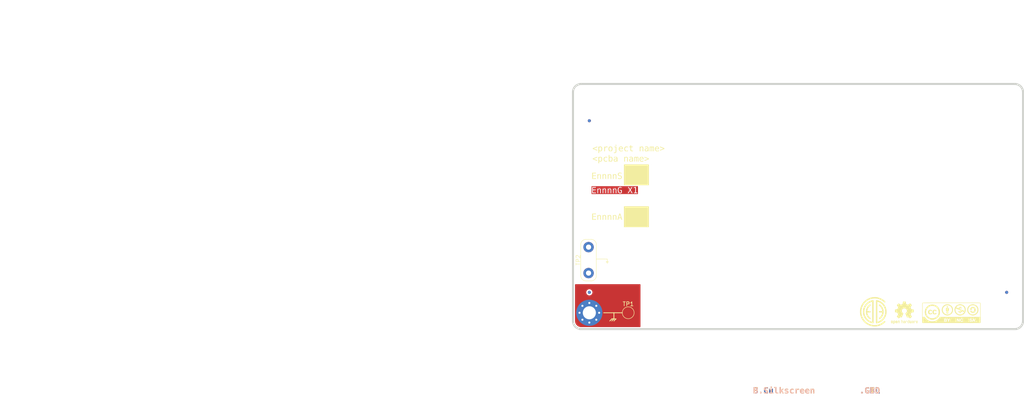
<source format=kicad_pcb>
(kicad_pcb
	(version 20240108)
	(generator "pcbnew")
	(generator_version "8.0")
	(general
		(thickness 1.6)
		(legacy_teardrops no)
	)
	(paper "USLegal")
	(layers
		(0 "F.Cu" signal)
		(1 "In1.Cu" signal)
		(2 "In2.Cu" signal)
		(31 "B.Cu" signal)
		(32 "B.Adhes" user "B.Adhesive")
		(33 "F.Adhes" user "F.Adhesive")
		(34 "B.Paste" user)
		(35 "F.Paste" user)
		(36 "B.SilkS" user "B.Silkscreen")
		(37 "F.SilkS" user "F.Silkscreen")
		(38 "B.Mask" user)
		(39 "F.Mask" user)
		(40 "Dwgs.User" user "User.Drawings")
		(41 "Cmts.User" user "User.Comments")
		(42 "Eco1.User" user "User.Eco1")
		(43 "Eco2.User" user "User.Eco2")
		(44 "Edge.Cuts" user "Board.Outline")
		(45 "Margin" user)
		(46 "B.CrtYd" user "B.Courtyard")
		(47 "F.CrtYd" user "F.Courtyard")
		(48 "B.Fab" user "B.Assembly")
		(49 "F.Fab" user "F.Assembly")
		(50 "User.1" user "Gerber.Title.Block")
		(51 "User.2" user "F.FabNotes")
		(52 "User.3" user "F.FabNotes2")
		(53 "User.4" user "B.FabNotes")
		(54 "User.5" user "B.FabNotes2")
		(55 "User.6" user)
		(56 "User.7" user)
		(57 "User.8" user)
		(58 "User.9" user)
	)
	(setup
		(stackup
			(layer "F.SilkS"
				(type "Top Silk Screen")
			)
			(layer "F.Paste"
				(type "Top Solder Paste")
			)
			(layer "F.Mask"
				(type "Top Solder Mask")
				(thickness 0.01)
			)
			(layer "F.Cu"
				(type "copper")
				(thickness 0.035)
			)
			(layer "dielectric 1"
				(type "prepreg")
				(thickness 0.1)
				(material "FR4")
				(epsilon_r 4.5)
				(loss_tangent 0.02)
			)
			(layer "In1.Cu"
				(type "copper")
				(thickness 0.035)
			)
			(layer "dielectric 2"
				(type "core")
				(thickness 1.24)
				(material "FR4")
				(epsilon_r 4.5)
				(loss_tangent 0.02)
			)
			(layer "In2.Cu"
				(type "copper")
				(thickness 0.035)
			)
			(layer "dielectric 3"
				(type "prepreg")
				(thickness 0.1)
				(material "FR4")
				(epsilon_r 4.5)
				(loss_tangent 0.02)
			)
			(layer "B.Cu"
				(type "copper")
				(thickness 0.035)
			)
			(layer "B.Mask"
				(type "Bottom Solder Mask")
				(thickness 0.01)
			)
			(layer "B.Paste"
				(type "Bottom Solder Paste")
			)
			(layer "B.SilkS"
				(type "Bottom Silk Screen")
			)
			(copper_finish "ENIG")
			(dielectric_constraints no)
		)
		(pad_to_mask_clearance 0)
		(allow_soldermask_bridges_in_footprints no)
		(grid_origin 170 100)
		(pcbplotparams
			(layerselection 0x00010fc_ffffffff)
			(plot_on_all_layers_selection 0x0041000_00000000)
			(disableapertmacros no)
			(usegerberextensions yes)
			(usegerberattributes yes)
			(usegerberadvancedattributes yes)
			(creategerberjobfile yes)
			(dashed_line_dash_ratio 12.000000)
			(dashed_line_gap_ratio 3.000000)
			(svgprecision 4)
			(plotframeref no)
			(viasonmask no)
			(mode 1)
			(useauxorigin yes)
			(hpglpennumber 1)
			(hpglpenspeed 20)
			(hpglpendiameter 15.000000)
			(pdf_front_fp_property_popups yes)
			(pdf_back_fp_property_popups yes)
			(dxfpolygonmode yes)
			(dxfimperialunits yes)
			(dxfusepcbnewfont yes)
			(psnegative no)
			(psa4output no)
			(plotreference yes)
			(plotvalue yes)
			(plotfptext yes)
			(plotinvisibletext no)
			(sketchpadsonfab no)
			(subtractmaskfromsilk no)
			(outputformat 1)
			(mirror no)
			(drillshape 0)
			(scaleselection 1)
			(outputdirectory "2_Fabrication/artwork/")
		)
	)
	(property "art_checked_date" "<art checked date>")
	(property "art_checker" "<art checker>")
	(property "art_eng" "<art engineer>")
	(property "art_eng_date" "<art engineer date>")
	(property "art_prj_eng_date" "<art prj eng date>")
	(property "art_rev" "X1")
	(property "base_pn" "Ennnn")
	(property "pcb_checked_date" "<pcb checked date>")
	(property "pcb_checker" "<pcb checker>")
	(property "pcb_eng" "<pcb engineer>")
	(property "pcb_eng_date" "<pcb engineer date>")
	(property "pcb_prj_eng_date" "<pcb prj eng date>")
	(property "pcb_rev" "X1")
	(property "pcba_checked_date" "<pcba checked date>")
	(property "pcba_checker" "<pcba checker>")
	(property "pcba_eng" "<pcba engineer>")
	(property "pcba_eng_date" "<pcba engineer date>")
	(property "pcba_name" "<pcba name>")
	(property "pcba_prj_eng_date" "<pcba prj eng date>")
	(property "pcba_rev" "X1")
	(property "prj_eng" "<prj_eng>")
	(property "prj_license" "<prj license>")
	(property "prj_name" "<project name>")
	(property "sch_checked_date" "<sch checked date>")
	(property "sch_checker" "<sch checker>")
	(property "sch_eng" "<sch engineer>")
	(property "sch_eng_date" "<sch engineer date>")
	(property "sch_prj_eng_date" "<sch prj eng date>")
	(property "sch_rev" "X1")
	(net 0 "")
	(net 1 "Earth")
	(net 2 "GND")
	(footprint "Logos:footprint_ddcee_5x5" (layer "F.Cu") (at 243.75 95.75))
	(footprint "Logos:footprint_CC-BY-SA-NC" (layer "F.Cu") (at 262.5 96))
	(footprint "TestPoint:TestPoint_Pad_D2.5mm" (layer "F.Cu") (at 183.5 96))
	(footprint "Fiducial:Fiducial_0.75mm_Mask1.5mm" (layer "F.Cu") (at 174 49))
	(footprint "Fiducial:Fiducial_0.75mm_Mask1.5mm" (layer "F.Cu") (at 276 91))
	(footprint "MountingHole:MountingHole_3.2mm_M3_Pad_Via" (layer "F.Cu") (at 174 96))
	(footprint "Fiducial:Fiducial_0.75mm_Mask1.5mm" (layer "F.Cu") (at 174 91))
	(footprint "MountingHole:MountingHole_3.2mm_M3" (layer "F.Cu") (at 276 44))
	(footprint "MountingHole:MountingHole_3.2mm_M3" (layer "F.Cu") (at 174 44))
	(footprint "MountingHole:MountingHole_3.2mm_M3" (layer "F.Cu") (at 276 96))
	(footprint "Symbol:OSHW-Logo2_7.3x6mm_SilkScreen" (layer "F.Cu") (at 251 96))
	(footprint "DDCEE:TP_2P_Keystone_1430-2" (layer "F.Cu") (at 173.81 83.109 90))
	(footprint "Fiducial:Fiducial_0.75mm_Mask1.5mm" (layer "B.Cu") (at 174 49 180))
	(footprint "Fiducial:Fiducial_0.75mm_Mask1.5mm" (layer "B.Cu") (at 276 91 180))
	(footprint "Fiducial:Fiducial_0.75mm_Mask1.5mm" (layer "B.Cu") (at 174 91 180))
	(gr_line
		(start 180 97.5)
		(end 180.5 97.5)
		(stroke
			(width 0.2)
			(type default)
		)
		(layer "F.SilkS")
		(uuid "0dcf417d-df4b-4d2c-bb2f-349de9161a0d")
	)
	(gr_rect
		(start 182.5 59.75)
		(end 188.5 64.75)
		(stroke
			(width 0.1)
			(type solid)
		)
		(fill solid)
		(layer "F.SilkS")
		(uuid "13ea2c1b-001f-491c-9fa7-9fa7f47459c3")
	)
	(gr_line
		(start 178.382 83.49)
		(end 178.128 83.49)
		(stroke
			(width 0.1)
			(type default)
		)
		(layer "F.SilkS")
		(uuid "31d3069f-44c2-482a-9224-c14427773d2d")
	)
	(gr_line
		(start 178.636 83.49)
		(end 178.382 83.49)
		(stroke
			(width 0.1)
			(type default)
		)
		(layer "F.SilkS")
		(uuid "330580aa-0b40-4960-92f4-9e4be87d2dba")
	)
	(gr_line
		(start 178.128 83.49)
		(end 178.382 83.871)
		(stroke
			(width 0.1)
			(type default)
		)
		(layer "F.SilkS")
		(uuid "33585e63-5b03-44c2-bbc3-e8908788c2f1")
	)
	(gr_line
		(start 180 97.5)
		(end 179.5 98)
		(stroke
			(width 0.2)
			(type default)
		)
		(layer "F.SilkS")
		(uuid "37d4d8bd-08df-46c3-8684-707dd42b5648")
	)
	(gr_line
		(start 180 97.5)
		(end 179.5 97.5)
		(stroke
			(width 0.2)
			(type default)
		)
		(layer "F.SilkS")
		(uuid "53031772-3ed0-48df-a1bb-31e57df20d24")
	)
	(gr_line
		(start 177.5 96)
		(end 182.05 96)
		(stroke
			(width 0.2)
			(type default)
		)
		(layer "F.SilkS")
		(uuid "6b976f71-5ea0-49cd-9de0-45875ef4c8c6")
	)
	(gr_line
		(start 178.382 82.855)
		(end 178.382 83.49)
		(stroke
			(width 0.1)
			(type default)
		)
		(layer "F.SilkS")
		(uuid "709171cd-5726-4d68-899a-d7e45cfdbd21")
	)
	(gr_line
		(start 178.382 83.871)
		(end 178.636 83.49)
		(stroke
			(width 0.1)
			(type default)
		)
		(layer "F.SilkS")
		(uuid "7b02392b-e7f8-4f5b-9b04-b948a6e324cd")
	)
	(gr_line
		(start 179.5 97.5)
		(end 179 98)
		(stroke
			(width 0.2)
			(type default)
		)
		(layer "F.SilkS")
		(uuid "85bb451f-9305-41c0-832f-4630a159c0e6")
	)
	(gr_line
		(start 175.715 82.855)
		(end 178.382 82.855)
		(stroke
			(width 0.1)
			(type default)
		)
		(layer "F.SilkS")
		(uuid "95d8d0b8-8eba-4f67-8422-7aea021de3d1")
	)
	(gr_rect
		(start 182.5 70)
		(end 188.5 75)
		(stroke
			(width 0.1)
			(type solid)
		)
		(fill solid)
		(layer "F.SilkS")
		(uuid "99252813-ef97-4973-9fcb-ddb7bc57c65d")
	)
	(gr_line
		(start 179.5 97.5)
		(end 180 97.5)
		(stroke
			(width 0.2)
			(type default)
		)
		(layer "F.SilkS")
		(uuid "b548883b-c706-4987-92f5-c5ea8563e0bd")
	)
	(gr_line
		(start 180 96)
		(end 180 97.5)
		(stroke
			(width 0.2)
			(type default)
		)
		(layer "F.SilkS")
		(uuid "b8f532c5-d638-46cb-ada7-2e041f674c13")
	)
	(gr_line
		(start 180.5 97.5)
		(end 180 98)
		(stroke
			(width 0.2)
			(type default)
		)
		(layer "F.SilkS")
		(uuid "d20de10c-c318-4fc4-ba50-5497944272a9")
	)
	(gr_arc
		(start 278 40)
		(mid 279.414214 40.585786)
		(end 280 42)
		(stroke
			(width 0.5)
			(type default)
		)
		(layer "Edge.Cuts")
		(uuid "0fa91bda-2771-4007-90f3-a8d5fc022e04")
	)
	(gr_arc
		(start 170 42)
		(mid 170.585786 40.585786)
		(end 172 40)
		(stroke
			(width 0.5)
			(type default)
		)
		(layer "Edge.Cuts")
		(uuid "16e17c01-13ee-41df-8783-16c972a65ef3")
	)
	(gr_line
		(start 172 40)
		(end 278 40)
		(stroke
			(width 0.5)
			(type default)
		)
		(layer "Edge.Cuts")
		(uuid "2a00a707-7e56-4914-9679-9c68490b57e2")
	)
	(gr_arc
		(start 172 100)
		(mid 170.585786 99.414214)
		(end 170 98)
		(stroke
			(width 0.5)
			(type default)
		)
		(layer "Edge.Cuts")
		(uuid "55bd4598-cca1-4501-a58b-661a5ecf5d1b")
	)
	(gr_line
		(start 278 100)
		(end 172 100)
		(stroke
			(width 0.5)
			(type default)
		)
		(layer "Edge.Cuts")
		(uuid "91a69d93-811a-4075-8220-8039a8f5574e")
	)
	(gr_line
		(start 170 98)
		(end 170 42)
		(stroke
			(width 0.5)
			(type default)
		)
		(layer "Edge.Cuts")
		(uuid "b64e9755-d192-435c-8327-4c57a50096c3")
	)
	(gr_line
		(start 280 42)
		(end 280 98)
		(stroke
			(width 0.5)
			(type default)
		)
		(layer "Edge.Cuts")
		(uuid "b686bee5-0599-476e-8a66-216bf5e69aef")
	)
	(gr_arc
		(start 280 98)
		(mid 279.414214 99.414214)
		(end 278 100)
		(stroke
			(width 0.5)
			(type default)
		)
		(layer "Edge.Cuts")
		(uuid "cf69f061-a8bd-4649-810d-749fbcd17fcb")
	)
	(gr_line
		(start 213 112)
		(end 254 112)
		(stroke
			(width 0.1)
			(type default)
		)
		(layer "User.1")
		(uuid "495c911d-3487-46f3-b146-75655416a65b")
	)
	(gr_line
		(start 253 122)
		(end 199 122)
		(stroke
			(width 0.1)
			(type default)
		)
		(layer "User.1")
		(uuid "53f537b0-96d5-471a-ac19-fa1a15d818c6")
	)
	(gr_line
		(start 213 110)
		(end 213 122)
		(stroke
			(width 0.1)
			(type default)
		)
		(layer "User.1")
		(uuid "5532e964-91d3-4c85-9c11-3d4f539023ca")
	)
	(gr_line
		(start 236 112)
		(end 236 114)
		(stroke
			(width 0.1)
			(type default)
		)
		(layer "User.1")
		(uuid "773f1f31-26aa-48e6-bfff-a4d7c61378f8")
	)
	(gr_line
		(start 254 111)
		(end 254 121)
		(stroke
			(width 0.1)
			(type default)
		)
		(layer "User.1")
		(uuid "87cbf228-d7a2-4db5-b1af-4970ee7fde86")
	)
	(gr_line
		(start 198 114)
		(end 254 114)
		(stroke
			(width 0.1)
			(type default)
		)
		(layer "User.1")
		(uuid "977de40f-2f77-4b74-baad-46eaf7f1b5a4")
	)
	(gr_line
		(start 199 110)
		(end 253 110)
		(stroke
			(width 0.1)
			(type default)
		)
		(layer "User.1")
		(uuid "adf2a7e3-97c2-44d8-8fc5-c3d147bc6d49")
	)
	(gr_arc
		(start 199 122)
		(mid 198.292893 121.707107)
		(end 198 121)
		(stroke
			(width 0.1)
			(type default)
		)
		(layer "User.1")
		(uuid "b296e37a-336c-4227-9a87-975ef077bd08")
	)
	(gr_arc
		(start 253 110)
		(mid 253.707107 110.292893)
		(end 254 111)
		(stroke
			(width 0.1)
			(type default)
		)
		(layer "User.1")
		(uuid "b412ee74-d167-4061-ac83-29cab12b9df1")
	)
	(gr_arc
		(start 254 121)
		(mid 253.707107 121.707107)
		(end 253 122)
		(stroke
			(width 0.1)
			(type default)
		)
		(layer "User.1")
		(uuid "c0efa227-dd21-4b9f-975f-0df7b2981ecc")
	)
	(gr_line
		(start 231 112)
		(end 231 122)
		(stroke
			(width 0.1)
			(type default)
		)
		(layer "User.1")
		(uuid "c76786d7-4817-4796-8c4c-bc8419356c98")
	)
	(gr_arc
		(start 198 111)
		(mid 198.292893 110.292893)
		(end 199 110)
		(stroke
			(width 0.1)
			(type default)
		)
		(layer "User.1")
		(uuid "d79e472c-3fc4-4503-8132-56d8853d5a0c")
	)
	(gr_line
		(start 198 120)
		(end 254 120)
		(stroke
			(width 0.1)
			(type default)
		)
		(layer "User.1")
		(uuid "deb2e02e-7a7b-4bf4-b64c-f1addd793b22")
	)
	(gr_line
		(start 198 121)
		(end 198 111)
		(stroke
			(width 0.1)
			(type default)
		)
		(layer "User.1")
		(uuid "e7e88c09-6054-40f5-bc7e-e5f414583b52")
	)
	(gr_line
		(start 198 118)
		(end 254 118)
		(stroke
			(width 0.1)
			(type default)
		)
		(layer "User.1")
		(uuid "eb83e05f-adea-45c7-8b70-97ccbae9d5b9")
	)
	(gr_line
		(start 240 114)
		(end 240 116)
		(stroke
			(width 0.1)
			(type default)
		)
		(layer "User.1")
		(uuid "f6a8dd74-b5f4-4671-9666-f9943477681d")
	)
	(gr_line
		(start 198 116)
		(end 254 116)
		(stroke
			(width 0.1)
			(type default)
		)
		(layer "User.1")
		(uuid "f9ee94b0-877a-4735-a73a-d228789b3797")
	)
	(gr_line
		(start 236 116)
		(end 236 122)
		(stroke
			(width 0.1)
			(type default)
		)
		(layer "User.1")
		(uuid "fa3a3217-9c5e-41b5-95d3-ef44d8519447")
	)
	(gr_line
		(start 30 86.762)
		(end 153.328575 86.762)
		(stroke
			(width 0.1)
			(type default)
		)
		(layer "User.2")
		(uuid "03a0eb4c-6146-4851-834c-0a2c5e78889e")
	)
	(gr_line
		(start 45.385714 50)
		(end 45.385714 101.186)
		(stroke
			(width 0.1)
			(type default)
		)
		(layer "User.2")
		(uuid "1b5c2a9d-7b0b-4338-b68c-8e9e6a269c24")
	)
	(gr_line
		(start 30 68.732)
		(end 153.328575 68.732)
		(stroke
			(width 0.1)
			(type default)
		)
		(layer "User.2")
		(uuid "1e8cdfc7-7a9e-442b-933a-77dc90838c48")
	)
	(gr_line
		(start 30 65.126)
		(end 153.328575 65.126)
		(stroke
			(width 0.1)
			(type default)
		)
		(layer "User.2")
		(uuid "1fb4e14b-8419-46cc-b9fd-22d21a010b71")
	)
	(gr_line
		(start 70.457142 50)
		(end 70.457142 101.186)
		(stroke
			(width 0.1)
			(type default)
		)
		(layer "User.2")
		(uuid "238e2f57-b678-4463-9be7-8bdc2a0affaf")
	)
	(gr_line
		(start 153.328575 50)
		(end 153.328575 101.186)
		(stroke
			(width 0.1)
			(type default)
		)
		(layer "User.2")
		(uuid "268d964b-d6f8-495c-a82d-609aaeac8b52")
	)
	(gr_line
		(start 30 97.58)
		(end 153.328575 97.58)
		(stroke
			(width 0.1)
			(type default)
		)
		(layer "User.2")
		(uuid "2be2b0d3-82cc-4d8d-9431-9f89116324d0")
	)
	(gr_line
		(start 30 72.338)
		(end 153.328575 72.338)
		(stroke
			(width 0.1)
			(type default)
		)
		(layer "User.2")
		(uuid "599f8d36-28b5-4074-bbce-b5ac5f087ca6")
	)
	(gr_line
		(start 30 83.156)
		(end 153.328575 83.156)
		(stroke
			(width 0.1)
			(type default)
		)
		(layer "User.2")
		(uuid "73f2138e-1931-4121-b6b9-9965926558e6")
	)
	(gr_line
		(start 30 75.944)
		(end 153.328575 75.944)
		(stroke
			(width 0.1)
			(type default)
		)
		(layer "User.2")
		(uuid "79710314-a44e-4497-b332-becf8e80fb31")
	)
	(gr_line
		(start 30 93.974)
		(end 153.328575 93.974)
		(stroke
			(width 0.1)
			(type default)
		)
		(layer "User.2")
		(uuid "7cd248cd-561b-4536-af55-be46cf2893cb")
	)
	(gr_line
		(start 30 57.914)
		(end 153.328575 57.914)
		(stroke
			(width 0.1)
			(type default)
		)
		(layer "User.2")
		(uuid "85964560-5612-4ede-9a8e-a569a8271aff")
	)
	(gr_line
		(start 30 50)
		(end 153.328575 50)
		(stroke
			(width 0.1)
			(type default)
		)
		(layer "User.2")
		(uuid "89bfe29b-fbb0-46c9-b8e2-f2c274b20f04")
	)
	(gr_line
		(start 30 101.186)
		(end 153.328575 101.186)
		(stroke
			(width 0.1)
			(type default)
		)
		(layer "User.2")
		(uuid "931629c6-274b-484b-88b3-029ce8987434")
	)
	(gr_line
		(start 106.985715 50)
		(end 106.985715 101.186)
		(stroke
			(width 0.1)
			(type default)
		)
		(layer "User.2")
		(uuid "a27d30ce-3158-4d95-9eb8-a27e95ed1eba")
	)
	(gr_line
		(start 30 61.52)
		(end 153.328575 61.52)
		(stroke
			(width 0.1)
			(type default)
		)
		(layer "User.2")
		(uuid "ade48609-9056-410c-8b9b-be3cbab05882")
	)
	(gr_line
		(start 136.371431 50)
		(end 136.371431 101.186)
		(stroke
			(width 0.1)
			(type default)
		)
		(layer "User.2")
		(uuid "af687ddf-ea3d-4630-9e88-5b1b020da470")
	)
	(gr_line
		(start 30 79.55)
		(end 153.328575 79.55)
		(stroke
			(width 0.1)
			(type default)
		)
		(layer "User.2")
		(uuid "bf7b2754-4fa1-4b6e-b338-df64e312d105")
	)
	(gr_line
		(start 30 50)
		(end 30 101.186)
		(stroke
			(width 0.1)
			(type default)
		)
		(layer "User.2")
		(uuid "c2937f2e-69ea-431f-9ceb-f54abe2a0f78")
	)
	(gr_line
		(start 30 90.368)
		(end 153.328575 90.368)
		(stroke
			(width 0.1)
			(type default)
		)
		(layer "User.2")
		(uuid "e438b26f-2d64-414f-bfe6-078d2d3e0213")
	)
	(gr_line
		(start 123.485716 50)
		(end 123.485716 101.186)
		(stroke
			(width 0.1)
			(type default)
		)
		(layer "User.2")
		(uuid "f0d80ed5-b8c0-42a2-bb5e-611d3b88b8f9")
	)
	(gr_line
		(start 30 54.308)
		(end 153.328575 54.308)
		(stroke
			(width 0.1)
			(type default)
		)
		(layer "User.2")
		(uuid "f198a805-ce5f-4de6-8b56-6f9a437e2166")
	)
	(gr_line
		(start 86.957143 50)
		(end 86.957143 101.186)
		(stroke
			(width 0.1)
			(type default)
		)
		(layer "User.2")
		(uuid "f5867a16-b785-403c-8872-78f2d7b14611")
	)
	(gr_text "${base_pn}G ${art_rev}"
		(at 174.5 67 0)
		(layer "F.Cu" knockout)
		(uuid "34831a8d-d6cf-4acf-a052-9ffa742b7966")
		(effects
			(font
				(face "Liberation Mono")
				(size 1.5 1.5)
				(thickness 0.1)
			)
			(justify left bottom)
		)
		(render_cache "EnnnnG X1" 0
			(polygon
				(pts
					(xy 174.667062 66.745) (xy 174.667062 65.361608) (xy 175.613747 65.361608) (xy 175.613747 65.522442)
					(xy 174.863799 65.522442) (xy 174.863799 65.947791) (xy 175.552198 65.947791) (xy 175.552198 66.106427)
					(xy 174.863799 66.106427) (xy 174.863799 66.584166) (xy 175.656245 66.584166) (xy 175.656245 66.745)
				)
			)
			(polygon
				(pts
					(xy 176.654588 66.745) (xy 176.654588 66.019232) (xy 176.650299 65.945069) (xy 176.633407 65.870167)
					(xy 176.600366 65.808206) (xy 176.5409 65.761123) (xy 176.46358 65.741011) (xy 176.428175 65.73933)
					(xy 176.352734 65.74856) (xy 176.280079 65.780037) (xy 176.223422 65.828036) (xy 176.218248 65.833852)
					(xy 176.175164 65.899511) (xy 176.150032 65.969861) (xy 176.137825 66.050877) (xy 176.136549 66.090307)
					(xy 176.136549 66.745) (xy 175.950802 66.745) (xy 175.950802 65.859863) (xy 175.950504 65.781119)
					(xy 175.949245 65.701411) (xy 175.945328 65.625576) (xy 175.944574 65.619528) (xy 176.119696 65.619528)
					(xy 176.121894 65.647006) (xy 176.124459 65.698297) (xy 176.127196 65.774477) (xy 176.128122 65.807107)
					(xy 176.131053 65.807107) (xy 176.176627 65.735391) (xy 176.232015 65.678513) (xy 176.297218 65.636473)
					(xy 176.372235 65.60927) (xy 176.457067 65.596905) (xy 176.487526 65.596081) (xy 176.561236 65.600744)
					(xy 176.63483 65.617494) (xy 176.704047 65.650898) (xy 176.753506 65.693534) (xy 176.795833 65.75664)
					(xy 176.821828 65.826649) (xy 176.835595 65.898652) (xy 176.840982 65.980683) (xy 176.841067 65.99322)
					(xy 176.841067 66.745)
				)
			)
			(polygon
				(pts
					(xy 177.914881 66.745) (xy 177.914881 66.019232) (xy 177.910592 65.945069) (xy 177.8937 65.870167)
					(xy 177.860659 65.808206) (xy 177.801193 65.761123) (xy 177.723873 65.741011) (xy 177.688468 65.73933)
					(xy 177.613027 65.74856) (xy 177.540373 65.780037) (xy 177.483715 65.828036) (xy 177.478541 65.833852)
					(xy 177.435457 65.899511) (xy 177.410325 65.969861) (xy 177.398118 66.050877) (xy 177.396842 66.090307)
					(xy 177.396842 66.745) (xy 177.211095 66.745) (xy 177.211095 65.859863) (xy 177.210797 65.781119)
					(xy 177.209538 65.701411) (xy 177.205621 65.625576) (xy 177.204867 65.619528) (xy 177.379989 65.619528)
					(xy 177.382187 65.647006) (xy 177.384752 65.698297) (xy 177.387489 65.774477) (xy 177.388415 65.807107)
					(xy 177.391346 65.807107) (xy 177.43692 65.735391) (xy 177.492308 65.678513) (xy 177.557511 65.636473)
					(xy 177.632529 65.60927) (xy 177.71736 65.596905) (xy 177.747819 65.596081) (xy 177.82153 65.600744)
					(xy 177.895123 65.617494) (xy 177.96434 65.650898) (xy 178.013799 65.693534) (xy 178.056126 65.75664)
					(xy 178.082121 65.826649) (xy 178.095888 65.898652) (xy 178.101275 65.980683) (xy 178.10136 65.99322)
					(xy 178.10136 66.745)
				)
			)
			(polygon
				(pts
					(xy 179.175174 66.745) (xy 179.175174 66.019232) (xy 179.170885 65.945069) (xy 179.153994 65.870167)
					(xy 179.120952 65.808206) (xy 179.061487 65.761123) (xy 178.984167 65.741011) (xy 178.948761 65.73933)
					(xy 178.87332 65.74856) (xy 178.800666 65.780037) (xy 178.744008 65.828036) (xy 178.738834 65.833852)
					(xy 178.695751 65.899511) (xy 178.670618 65.969861) (xy 178.658411 66.050877) (xy 178.657135 66.090307)
					(xy 178.657135 66.745) (xy 178.471388 66.745) (xy 178.471388 65.859863) (xy 178.47109 65.781119)
					(xy 178.469831 65.701411) (xy 178.465914 65.625576) (xy 178.46516 65.619528) (xy 178.640282 65.619528)
					(xy 178.64248 65.647006) (xy 178.645045 65.698297) (xy 178.647782 65.774477) (xy 178.648709 65.807107)
					(xy 178.651639 65.807107) (xy 178.697213 65.735391) (xy 178.752601 65.678513) (xy 178.817804 65.636473)
					(xy 178.892822 65.60927) (xy 178.977654 65.596905) (xy 179.008112 65.596081) (xy 179.081823 65.600744)
					(xy 179.155416 65.617494) (xy 179.224633 65.650898) (xy 179.274092 65.693534) (xy 179.316419 65.75664)
					(xy 179.342414 65.826649) (xy 179.356181 65.898652) (xy 179.361568 65.980683) (xy 179.361653 65.99322)
					(xy 179.361653 66.745)
				)
			)
			(polygon
				(pts
					(xy 180.435467 66.745) (xy 180.435467 66.019232) (xy 180.431178 65.945069) (xy 180.414287 65.870167)
					(xy 180.381245 65.808206) (xy 180.32178 65.761123) (xy 180.24446 65.741011) (xy 180.209054 65.73933)
					(xy 180.133613 65.74856) (xy 180.060959 65.780037) (xy 180.004301 65.828036) (xy 179.999127 65.833852)
					(xy 179.956044 65.899511) (xy 179.930912 65.969861) (xy 179.918705 66.050877) (xy 179.917428 66.090307)
					(xy 179.917428 66.745) (xy 179.731681 66.745) (xy 179.731681 65.859863) (xy 179.731383 65.781119)
					(xy 179.730124 65.701411) (xy 179.726207 65.625576) (xy 179.725453 65.619528) (xy 179.900575 65.619528)
					(xy 179.902773 65.647006) (xy 179.905338 65.698297) (xy 179.908075 65.774477) (xy 179.909002 65.807107)
					(xy 179.911933 65.807107) (xy 179.957506 65.735391) (xy 180.012894 65.678513) (xy 180.078097 65.636473)
					(xy 180.153115 65.60927) (xy 180.237947 65.596905) (xy 180.268405 65.596081) (xy 180.342116 65.600744)
					(xy 180.415709 65.617494) (xy 180.484926 65.650898) (xy 180.534385 65.693534) (xy 180.576712 65.75664)
					(xy 180.602707 65.826649) (xy 180.616474 65.898652) (xy 180.621861 65.980683) (xy 180.621946 65.99322)
					(xy 180.621946 66.745)
				)
			)
			(polygon
				(pts
					(xy 181.936095 66.610177) (xy 181.862266 66.655773) (xy 181.78824 66.69364) (xy 181.714017 66.723779)
					(xy 181.639598 66.74619) (xy 181.564981 66.760873) (xy 181.490168 66.767829) (xy 181.460188 66.768447)
					(xy 181.382414 66.763787) (xy 181.310293 66.749807) (xy 181.23121 66.720728) (xy 181.160267 66.678228)
					(xy 181.097464 66.622308) (xy 181.060118 66.577571) (xy 181.019167 66.514291) (xy 180.985157 66.443748)
					(xy 180.958087 66.365942) (xy 180.937959 66.280873) (xy 180.926853 66.207589) (xy 180.92019 66.129656)
					(xy 180.917969 66.047076) (xy 180.920093 65.960694) (xy 180.926464 65.879968) (xy 180.937083 65.804897)
					(xy 180.956329 65.719013) (xy 180.982213 65.641965) (xy 181.014733 65.573755) (xy 181.05389 65.514382)
					(xy 181.10969 65.454494) (xy 181.175151 65.406997) (xy 181.250271 65.371891) (xy 181.335052 65.349175)
					(xy 181.413081 65.33971) (xy 181.463119 65.338161) (xy 181.548516 65.34349) (xy 181.626471 65.359479)
					(xy 181.696985 65.386126) (xy 181.760057 65.423432) (xy 181.815687 65.471397) (xy 181.863876 65.530021)
					(xy 181.904622 65.599304) (xy 181.937927 65.679246) (xy 181.761706 65.736765) (xy 181.732726 65.668267)
					(xy 181.689449 65.601394) (xy 181.627239 65.544505) (xy 181.552406 65.510372) (xy 181.478217 65.499227)
					(xy 181.464951 65.498995) (xy 181.383618 65.5071) (xy 181.313642 65.531418) (xy 181.248495 65.578153)
					(xy 181.207763 65.628688) (xy 181.171539 65.703334) (xy 181.148332 65.785029) (xy 181.134748 65.867221)
					(xy 181.127875 65.944293) (xy 181.125045 66.029165) (xy 181.124965 66.047076) (xy 181.128053 66.147446)
					(xy 181.137317 66.237944) (xy 181.152756 66.31857) (xy 181.174372 66.389323) (xy 181.2128 66.468303)
					(xy 181.262208 66.529732) (xy 181.322595 66.57361) (xy 181.393962 66.599936) (xy 181.476308 66.608712)
					(xy 181.552105 66.602612) (xy 181.621388 66.587096) (xy 181.693615 66.560535) (xy 181.74412 66.531775)
					(xy 181.74412 66.182997) (xy 181.442236 66.182997) (xy 181.442236 66.018133) (xy 181.936095 66.018133)
				)
			)
			(polygon
				(pts
					(xy 183.954762 65.887707) (xy 184.297679 65.361608) (xy 184.509071 65.361608) (xy 184.061008 66.022163)
					(xy 184.551203 66.745) (xy 184.340177 66.745) (xy 183.954762 66.157351) (xy 183.570446 66.745)
					(xy 183.359054 66.745) (xy 183.849616 66.022163) (xy 183.401552 65.361608) (xy 183.612578 65.361608)
				)
			)
			(polygon
				(pts
					(xy 184.744277 66.745) (xy 184.744277 66.595523) (xy 185.196371 66.595523) (xy 185.196371 65.550286)
					(xy 185.14812 65.611792) (xy 185.08747 65.654496) (xy 185.015387 65.689504) (xy 184.944404 65.71531)
					(xy 184.865205 65.735528) (xy 184.786701 65.746415) (xy 184.734752 65.748489) (xy 184.734752 65.596081)
					(xy 184.809902 65.591937) (xy 184.882946 65.579503) (xy 184.953883 65.558781) (xy 185.022714 65.529769)
					(xy 185.092472 65.48951) (xy 185.154754 65.438319) (xy 185.201008 65.38033) (xy 185.211758 65.361608)
					(xy 185.38285 65.361608) (xy 185.38285 66.595523) (xy 185.74665 66.595523) (xy 185.74665 66.745)
				)
			)
		)
	)
	(gr_text "${LAYER}"
		(at 214 116 0)
		(layer "F.Cu")
		(uuid "720099b5-e803-49b0-9d17-a51e9c1e80f5")
		(effects
			(font
				(face "Liberation Mono")
				(size 1.5 1.5)
				(thickness 0.3)
				(bold yes)
			)
			(justify left bottom)
		)
		(render_cache "F.Cu" 0
			(polygon
				(pts
					(xy 214.475907 114.596448) (xy 214.475907 114.994685) (xy 215.115945 114.994685) (xy 215.115945 115.229525)
					(xy 214.475907 115.229525) (xy 214.475907 115.745) (xy 214.172191 115.745) (xy 214.172191 114.361608)
					(xy 215.139759 114.361608) (xy 215.139759 114.596448)
				)
			)
			(polygon
				(pts
					(xy 215.744626 115.745) (xy 215.744626 115.440184) (xy 216.04248 115.440184) (xy 216.04248 115.745)
				)
			)
			(polygon
				(pts
					(xy 216.912229 115.047076) (xy 216.914766 115.130057) (xy 216.922379 115.20562) (xy 216.937673 115.284399)
					(xy 216.963611 115.362069) (xy 216.984403 115.403914) (xy 217.030594 115.464483) (xy 217.095037 115.508532)
					(xy 217.17329 115.52811) (xy 217.199459 115.529211) (xy 217.277563 115.513389) (xy 217.344814 115.465922)
					(xy 217.394755 115.398429) (xy 217.430948 115.321295) (xy 217.446755 115.276053) (xy 217.728122 115.329909)
					(xy 217.700167 115.40828) (xy 217.667685 115.478943) (xy 217.617333 115.561169) (xy 217.558932 115.629691)
					(xy 217.492483 115.684508) (xy 217.417985 115.725621) (xy 217.335438 115.753029) (xy 217.244843 115.766734)
					(xy 217.196528 115.768447) (xy 217.109436 115.763966) (xy 217.029052 115.750522) (xy 216.955377 115.728116)
					(xy 216.88841 115.696748) (xy 216.816904 115.647276) (xy 216.755059 115.584898) (xy 216.711258 115.523275)
					(xy 216.674881 115.453351) (xy 216.645928 115.375126) (xy 216.624398 115.288601) (xy 216.61252 115.213405)
					(xy 216.605393 115.132896) (xy 216.603018 115.047076) (xy 216.605305 114.96123) (xy 216.612165 114.880924)
					(xy 216.6236 114.806155) (xy 216.649328 114.704387) (xy 216.685347 114.615081) (xy 216.731657 114.538235)
					(xy 216.788258 114.473851) (xy 216.85515 114.421929) (xy 216.932333 114.382468) (xy 217.019808 114.355468)
					(xy 217.117573 114.34093) (xy 217.188468 114.338161) (xy 217.269316 114.342999) (xy 217.344204 114.357515)
					(xy 217.422492 114.385954) (xy 217.492994 114.427033) (xy 217.509403 114.439277) (xy 217.569784 114.495789)
					(xy 217.615593 114.555305) (xy 217.654845 114.624217) (xy 217.687541 114.702526) (xy 217.699546 114.738963)
					(xy 217.419277 114.807107) (xy 217.395117 114.737849) (xy 217.357522 114.670957) (xy 217.329518 114.637847)
					(xy 217.269669 114.594457) (xy 217.197312 114.577456) (xy 217.192498 114.577397) (xy 217.111756 114.588863)
					(xy 217.0447 114.623264) (xy 216.991328 114.680598) (xy 216.951642 114.760865) (xy 216.929746 114.841591)
					(xy 216.916608 114.936995) (xy 216.912503 115.018179)
				)
			)
			(polygon
				(pts
					(xy 218.209525 114.619528) (xy 218.209525 115.254071) (xy 218.213147 115.329935) (xy 218.227414 115.408173)
					(xy 218.255321 115.475355) (xy 218.307028 115.530315) (xy 218.381526 115.551851) (xy 218.386845 115.551926)
					(xy 218.461708 115.534254) (xy 218.520047 115.486199) (xy 218.539619 115.459602) (xy 218.574036 115.390163)
					(xy 218.592926 115.317119) (xy 218.599833 115.243304) (xy 218.600069 115.225861) (xy 218.600069 114.619528)
					(xy 218.889497 114.619528) (xy 218.889497 115.493307) (xy 218.890164 115.57128) (xy 218.892468 115.651322)
					(xy 218.896903 115.731351) (xy 218.897923 115.745) (xy 218.621685 115.745) (xy 218.615663 115.66845)
					(xy 218.61098 115.590869) (xy 218.609228 115.52628) (xy 218.604099 115.52628) (xy 218.566776 115.596045)
					(xy 218.514432 115.664154) (xy 218.453844 115.715236) (xy 218.385013 115.749291) (xy 218.30794 115.766318)
					(xy 218.266311 115.768447) (xy 218.186879 115.761646) (xy 218.109506 115.737738) (xy 218.044826 115.696615)
					(xy 218.008757 115.659637) (xy 217.965899 115.589879) (xy 217.939578 115.513858) (xy 217.925638 115.436521)
					(xy 217.920444 115.362195) (xy 217.920097 115.335771) (xy 217.920097 114.619528)
				)
			)
		)
	)
	(gr_text ".GTL"
		(at 240 116 0)
		(layer "F.Cu")
		(uuid "a5d56033-284a-41c2-bcfb-bf82924c6ddb")
		(effects
			(font
				(face "Liberation Mono")
				(size 1.5 1.5)
				(thickness 0.3)
				(bold yes)
			)
			(justify left bottom)
		)
		(render_cache ".GTL" 0
			(polygon
				(pts
					(xy 240.484333 115.745) (xy 240.484333 115.440184) (xy 240.782187 115.440184) (xy 240.782187 115.745)
				)
			)
			(polygon
				(pts
					(xy 242.422766 115.560718) (xy 242.360009 115.609405) (xy 242.297035 115.6516) (xy 242.218011 115.695214)
					(xy 242.138647 115.728686) (xy 242.058943 115.752015) (xy 241.978899 115.765201) (xy 241.914619 115.768447)
					(xy 241.833447 115.76384) (xy 241.757998 115.750021) (xy 241.688275 115.726989) (xy 241.612163 115.68719)
					(xy 241.544294 115.634125) (xy 241.494033 115.579769) (xy 241.450443 115.516918) (xy 241.414241 115.446519)
					(xy 241.385428 115.36857) (xy 241.364002 115.283071) (xy 241.352181 115.209238) (xy 241.345089 115.130572)
					(xy 241.342725 115.047076) (xy 241.344971 114.96123) (xy 241.351712 114.880924) (xy 241.362946 114.806155)
					(xy 241.388223 114.704387) (xy 241.423611 114.615081) (xy 241.469109 114.538235) (xy 241.524719 114.473851)
					(xy 241.590439 114.421929) (xy 241.66627 114.382468) (xy 241.752212 114.355468) (xy 241.848264 114.34093)
					(xy 241.917916 114.338161) (xy 241.99576 114.342789) (xy 242.076738 114.359413) (xy 242.149197 114.388126)
					(xy 242.21314 114.42893) (xy 242.220533 114.434881) (xy 242.275465 114.489309) (xy 242.322657 114.556239)
					(xy 242.357602 114.625059) (xy 242.386621 114.70345) (xy 242.393824 114.727606) (xy 242.111357 114.78366)
					(xy 242.088027 114.713562) (xy 242.048024 114.642659) (xy 241.990869 114.593712) (xy 241.920847 114.577397)
					(xy 241.841027 114.588237) (xy 241.769837 114.625204) (xy 241.72022 114.681575) (xy 241.71605 114.688405)
					(xy 241.684526 114.761657) (xy 241.66714 114.833577) (xy 241.655995 114.918575) (xy 241.65141 115.00184)
					(xy 241.650837 115.047076) (xy 241.653258 115.129396) (xy 241.660523 115.204349) (xy 241.675119 115.282482)
					(xy 241.699871 115.359499) (xy 241.719713 115.400983) (xy 241.764343 115.46102) (xy 241.827254 115.504684)
					(xy 241.904191 115.524089) (xy 241.930006 115.525181) (xy 242.003231 115.516661) (xy 242.042847 115.505397)
					(xy 242.109794 115.475229) (xy 242.14433 115.451908) (xy 242.14433 115.219267) (xy 241.862229 115.219267)
					(xy 241.862229 114.994685) (xy 242.422766 114.994685)
				)
			)
			(polygon
				(pts
					(xy 243.305704 114.596448) (xy 243.305704 115.745) (xy 243.001622 115.745) (xy 243.001622 114.596448)
					(xy 242.5836 114.596448) (xy 242.5836 114.361608) (xy 243.724092 114.361608) (xy 243.724092 114.596448)
				)
			)
			(polygon
				(pts
					(xy 243.998133 115.745) (xy 243.998133 114.361608) (xy 244.302215 114.361608) (xy 244.302215 115.51016)
					(xy 244.937124 115.51016) (xy 244.937124 115.745)
				)
			)
		)
	)
	(gr_text ".G2"
		(at 240 116 0)
		(layer "In1.Cu")
		(uuid "3b678daa-bdb2-458d-92b4-404eafe4eebf")
		(effects
			(font
				(face "Liberation Mono")
				(size 1.5 1.5)
				(thickness 0.3)
				(bold yes)
			)
			(justify left bottom)
		)
		(render_cache ".G2" 0
			(polygon
				(pts
					(xy 240.484333 115.745) (xy 240.484333 115.440184) (xy 240.782187 115.440184) (xy 240.782187 115.745)
				)
			)
			(polygon
				(pts
					(xy 242.422766 115.560718) (xy 242.360009 115.609405) (xy 242.297035 115.6516) (xy 242.218011 115.695214)
					(xy 242.138647 115.728686) (xy 242.058943 115.752015) (xy 241.978899 115.765201) (xy 241.914619 115.768447)
					(xy 241.833447 115.76384) (xy 241.757998 115.750021) (xy 241.688275 115.726989) (xy 241.612163 115.68719)
					(xy 241.544294 115.634125) (xy 241.494033 115.579769) (xy 241.450443 115.516918) (xy 241.414241 115.446519)
					(xy 241.385428 115.36857) (xy 241.364002 115.283071) (xy 241.352181 115.209238) (xy 241.345089 115.130572)
					(xy 241.342725 115.047076) (xy 241.344971 114.96123) (xy 241.351712 114.880924) (xy 241.362946 114.806155)
					(xy 241.388223 114.704387) (xy 241.423611 114.615081) (xy 241.469109 114.538235) (xy 241.524719 114.473851)
					(xy 241.590439 114.421929) (xy 241.66627 114.382468) (xy 241.752212 114.355468) (xy 241.848264 114.34093)
					(xy 241.917916 114.338161) (xy 241.99576 114.342789) (xy 242.076738 114.359413) (xy 242.149197 114.388126)
					(xy 242.21314 114.42893) (xy 242.220533 114.434881) (xy 242.275465 114.489309) (xy 242.322657 114.556239)
					(xy 242.357602 114.625059) (xy 242.386621 114.70345) (xy 242.393824 114.727606) (xy 242.111357 114.78366)
					(xy 242.088027 114.713562) (xy 242.048024 114.642659) (xy 241.990869 114.593712) (xy 241.920847 114.577397)
					(xy 241.841027 114.588237) (xy 241.769837 114.625204) (xy 241.72022 114.681575) (xy 241.71605 114.688405)
					(xy 241.684526 114.761657) (xy 241.66714 114.833577) (xy 241.655995 114.918575) (xy 241.65141 115.00184)
					(xy 241.650837 115.047076) (xy 241.653258 115.129396) (xy 241.660523 115.204349) (xy 241.675119 115.282482)
					(xy 241.699871 115.359499) (xy 241.719713 115.400983) (xy 241.764343 115.46102) (xy 241.827254 115.504684)
					(xy 241.904191 115.524089) (xy 241.930006 115.525181) (xy 242.003231 115.516661) (xy 242.042847 115.505397)
					(xy 242.109794 115.475229) (xy 242.14433 115.451908) (xy 242.14433 115.219267) (xy 241.862229 115.219267)
					(xy 241.862229 114.994685) (xy 242.422766 114.994685)
				)
			)
			(polygon
				(pts
					(xy 242.647348 115.745) (xy 242.647348 115.544232) (xy 242.683891 115.473671) (xy 242.724061 115.410105)
					(xy 242.771127 115.346481) (xy 242.79426 115.318185) (xy 242.847337 115.259269) (xy 242.90272 115.204224)
					(xy 242.956833 115.154447) (xy 243.017077 115.102275) (xy 243.071964 115.056967) (xy 243.129368 115.009754)
					(xy 243.189109 114.959148) (xy 243.244149 114.909345) (xy 243.256245 114.897233) (xy 243.304135 114.840312)
					(xy 243.322923 114.811503) (xy 243.346513 114.740338) (xy 243.347103 114.726873) (xy 243.331802 114.653998)
					(xy 243.298743 114.611102) (xy 243.229964 114.577034) (xy 243.156594 114.56897) (xy 243.083835 114.578156)
					(xy 243.017922 114.614011) (xy 243.014811 114.616964) (xy 242.972473 114.681113) (xy 242.952357 114.754283)
					(xy 242.95143 114.760212) (xy 242.659804 114.744092) (xy 242.675399 114.662027) (xy 242.700707 114.588937)
					(xy 242.741522 114.516397) (xy 242.795023 114.45558) (xy 242.81038 114.442208) (xy 242.879279 114.396687)
					(xy 242.94892 114.367526) (xy 243.027292 114.348322) (xy 243.101416 114.339786) (xy 243.154396 114.338161)
					(xy 243.235317 114.341754) (xy 243.309643 114.352535) (xy 243.388022 114.374196) (xy 243.457425 114.405639)
					(xy 243.509769 114.440376) (xy 243.566991 114.495652) (xy 243.607863 114.559628) (xy 243.632387 114.632305)
					(xy 243.640561 114.713684) (xy 243.632206 114.789857) (xy 243.607141 114.864731) (xy 243.569853 114.931671)
					(xy 243.524692 114.991724) (xy 243.468346 115.052356) (xy 243.408869 115.106739) (xy 243.358461 115.147826)
					(xy 243.299143 115.193809) (xy 243.236392 115.24344) (xy 243.174805 115.293692) (xy 243.114015 115.346194)
					(xy 243.089183 115.369476) (xy 243.039509 115.424848) (xy 242.997821 115.489489) (xy 242.989532 115.506863)
					(xy 243.663276 115.506863) (xy 243.663276 115.745)
				)
			)
		)
	)
	(gr_text "${LAYER}"
		(at 214 116 0)
		(layer "In1.Cu")
		(uuid "ab1f3d43-30dc-4d4a-ab65-48f37fc29654")
		(effects
			(font
				(face "Liberation Mono")
				(size 1.5 1.5)
				(thickness 0.3)
				(bold yes)
			)
			(justify left bottom)
		)
		(render_cache "In1.Cu" 0
			(polygon
				(pts
					(xy 214.161933 114.361608) (xy 215.105687 114.361608) (xy 215.105687 114.596448) (xy 214.785118 114.596448)
					(xy 214.785118 115.51016) (xy 215.105687 115.51016) (xy 215.105687 115.745) (xy 214.161933 115.745)
					(xy 214.161933 115.51016) (xy 214.482135 115.51016) (xy 214.482135 114.596448) (xy 214.161933 114.596448)
				)
			)
			(polygon
				(pts
					(xy 216.109525 115.745) (xy 216.109525 115.098367) (xy 216.106366 115.021724) (xy 216.093926 114.944894)
					(xy 216.069591 114.882212) (xy 216.015736 114.830554) (xy 215.939293 114.813402) (xy 215.933304 114.813335)
					(xy 215.859046 114.82637) (xy 215.796741 114.865473) (xy 215.761845 114.906025) (xy 215.725134 114.975212)
					(xy 215.704984 115.048027) (xy 215.697617 115.121636) (xy 215.697365 115.139033) (xy 215.697365 115.745)
					(xy 215.407571 115.745) (xy 215.407571 114.871221) (xy 215.407008 114.793629) (xy 215.405006 114.72321)
					(xy 215.401307 114.649331) (xy 215.399511 114.619528) (xy 215.675383 114.619528) (xy 215.681951 114.69389)
					(xy 215.68381 114.72321) (xy 215.687812 114.797954) (xy 215.688939 114.839347) (xy 215.692969 114.839347)
					(xy 215.728466 114.772989) (xy 215.773346 114.71231) (xy 215.829325 114.661431) (xy 215.840247 114.653967)
					(xy 215.911534 114.618693) (xy 215.985298 114.60066) (xy 216.051639 114.596081) (xy 216.132783 114.602853)
					(xy 216.218999 114.630364) (xy 216.288309 114.679038) (xy 216.340715 114.748875) (xy 216.370468 114.819981)
					(xy 216.389401 114.904631) (xy 216.397516 115.002825) (xy 216.397854 115.02949) (xy 216.397854 115.745)
				)
			)
			(polygon
				(pts
					(xy 216.674092 115.745) (xy 216.674092 115.529577) (xy 217.074895 115.529577) (xy 217.074895 114.61733)
					(xy 217.02897 114.681381) (xy 216.969519 114.728682) (xy 216.914427 114.759113) (xy 216.846083 114.786918)
					(xy 216.767901 114.80714) (xy 216.687358 114.816127) (xy 216.662735 114.816632) (xy 216.662735 114.596081)
					(xy 216.740936 114.591155) (xy 216.814384 114.576375) (xy 216.890419 114.548397) (xy 216.91919 114.533799)
					(xy 216.984699 114.490064) (xy 217.03926 114.437171) (xy 217.082873 114.375118) (xy 217.090282 114.361608)
					(xy 217.364323 114.361608) (xy 217.364323 115.529577) (xy 217.697348 115.529577) (xy 217.697348 115.745)
				)
			)
			(polygon
				(pts
					(xy 218.265212 115.745) (xy 218.265212 115.440184) (xy 218.563066 115.440184) (xy 218.563066 115.745)
				)
			)
			(polygon
				(pts
					(xy 219.432815 115.047076) (xy 219.435353 115.130057) (xy 219.442965 115.20562) (xy 219.458259 115.284399)
					(xy 219.484197 115.362069) (xy 219.504989 115.403914) (xy 219.55118 115.464483) (xy 219.615623 115.508532)
					(xy 219.693876 115.52811) (xy 219.720045 115.529211) (xy 219.798149 115.513389) (xy 219.8654 115.465922)
					(xy 219.915341 115.398429) (xy 219.951534 115.321295) (xy 219.967341 115.276053) (xy 220.248709 115.329909)
					(xy 220.220754 115.40828) (xy 220.188271 115.478943) (xy 220.137919 115.561169) (xy 220.079518 115.629691)
					(xy 220.013069 115.684508) (xy 219.938571 115.725621) (xy 219.856025 115.753029) (xy 219.76543 115.766734)
					(xy 219.717114 115.768447) (xy 219.630022 115.763966) (xy 219.549638 115.750522) (xy 219.475963 115.728116)
					(xy 219.408996 115.696748) (xy 219.33749 115.647276) (xy 219.275645 115.584898) (xy 219.231844 115.523275)
					(xy 219.195467 115.453351) (xy 219.166514 115.375126) (xy 219.144985 115.288601) (xy 219.133106 115.213405)
					(xy 219.125979 115.132896) (xy 219.123604 115.047076) (xy 219.125891 114.96123) (xy 219.132751 114.880924)
					(xy 219.144186 114.806155) (xy 219.169914 114.704387) (xy 219.205933 114.615081) (xy 219.252243 114.538235)
					(xy 219.308844 114.473851) (xy 219.375736 114.421929) (xy 219.45292 114.382468) (xy 219.540394 114.355468)
					(xy 219.63816 114.34093) (xy 219.709054 114.338161) (xy 219.789902 114.342999) (xy 219.86479 114.357515)
					(xy 219.943078 114.385954) (xy 220.01358 114.427033) (xy 220.029989 114.439277) (xy 220.09037 114.495789)
					(xy 220.136179 114.555305) (xy 220.175431 114.624217) (xy 220.208127 114.702526) (xy 220.220132 114.738963)
					(xy 219.939863 114.807107) (xy 219.915703 114.737849) (xy 219.878108 114.670957) (xy 219.850104 114.637847)
					(xy 219.790255 114.594457) (xy 219.717898 114.577456) (xy 219.713084 114.577397) (xy 219.632342 114.588863)
					(xy 219.565286 114.623264) (xy 219.511915 114.680598) (xy 219.472228 114.760865) (xy 219.450332 114.841591)
					(xy 219.437194 114.936995) (xy 219.433089 115.018179)
				)
			)
			(polygon
				(pts
					(xy 220.730111 114.619528) (xy 220.730111 115.254071) (xy 220.733734 115.329935) (xy 220.748 115.408173)
					(xy 220.775907 115.475355) (xy 220.827614 115.530315) (xy 220.902112 115.551851) (xy 220.907431 115.551926)
					(xy 220.982294 115.534254) (xy 221.040633 115.486199) (xy 221.060205 115.459602) (xy 221.094622 115.390163)
					(xy 221.113512 115.317119) (xy 221.120419 115.243304) (xy 221.120655 115.225861) (xy 221.120655 114.619528)
					(xy 221.410083 114.619528) (xy 221.410083 115.493307) (xy 221.41075 115.57128) (xy 221.413054 115.651322)
					(xy 221.417489 115.731351) (xy 221.41851 115.745) (xy 221.142271 115.745) (xy 221.13625 115.66845)
					(xy 221.131566 115.590869) (xy 221.129815 115.52628) (xy 221.124685 115.52628) (xy 221.087362 115.596045)
					(xy 221.035018 115.664154) (xy 220.97443 115.715236) (xy 220.9056 115.749291) (xy 220.828526 115.766318)
					(xy 220.786898 115.768447) (xy 220.707465 115.761646) (xy 220.630092 115.737738) (xy 220.565412 115.696615)
					(xy 220.529344 115.659637) (xy 220.486485 115.589879) (xy 220.460164 115.513858) (xy 220.446225 115.436521)
					(xy 220.44103 115.362195) (xy 220.440683 115.335771) (xy 220.440683 114.619528)
				)
			)
		)
	)
	(gr_text ".G3\n"
		(at 240 116 0)
		(layer "In2.Cu")
		(uuid "76c3f30b-a717-49e2-a611-7113c3988577")
		(effects
			(font
				(face "Liberation Mono")
				(size 1.5 1.5)
				(thickness 0.3)
				(bold yes)
			)
			(justify left bottom)
		)
		(render_cache ".G3\n" 0
			(polygon
				(pts
					(xy 240.484333 115.745) (xy 240.484333 115.440184) (xy 240.782187 115.440184) (xy 240.782187 115.745)
				)
			)
			(polygon
				(pts
					(xy 242.422766 115.560718) (xy 242.360009 115.609405) (xy 242.297035 115.6516) (xy 242.218011 115.695214)
					(xy 242.138647 115.728686) (xy 242.058943 115.752015) (xy 241.978899 115.765201) (xy 241.914619 115.768447)
					(xy 241.833447 115.76384) (xy 241.757998 115.750021) (xy 241.688275 115.726989) (xy 241.612163 115.68719)
					(xy 241.544294 115.634125) (xy 241.494033 115.579769) (xy 241.450443 115.516918) (xy 241.414241 115.446519)
					(xy 241.385428 115.36857) (xy 241.364002 115.283071) (xy 241.352181 115.209238) (xy 241.345089 115.130572)
					(xy 241.342725 115.047076) (xy 241.344971 114.96123) (xy 241.351712 114.880924) (xy 241.362946 114.806155)
					(xy 241.388223 114.704387) (xy 241.423611 114.615081) (xy 241.469109 114.538235) (xy 241.524719 114.473851)
					(xy 241.590439 114.421929) (xy 241.66627 114.382468) (xy 241.752212 114.355468) (xy 241.848264 114.34093)
					(xy 241.917916 114.338161) (xy 241.99576 114.342789) (xy 242.076738 114.359413) (xy 242.149197 114.388126)
					(xy 242.21314 114.42893) (xy 242.220533 114.434881) (xy 242.275465 114.489309) (xy 242.322657 114.556239)
					(xy 242.357602 114.625059) (xy 242.386621 114.70345) (xy 242.393824 114.727606) (xy 242.111357 114.78366)
					(xy 242.088027 114.713562) (xy 242.048024 114.642659) (xy 241.990869 114.593712) (xy 241.920847 114.577397)
					(xy 241.841027 114.588237) (xy 241.769837 114.625204) (xy 241.72022 114.681575) (xy 241.71605 114.688405)
					(xy 241.684526 114.761657) (xy 241.66714 114.833577) (xy 241.655995 114.918575) (xy 241.65141 115.00184)
					(xy 241.650837 115.047076) (xy 241.653258 115.129396) (xy 241.660523 115.204349) (xy 241.675119 115.282482)
					(xy 241.699871 115.359499) (xy 241.719713 115.400983) (xy 241.764343 115.46102) (xy 241.827254 115.504684)

... [498410 chars truncated]
</source>
